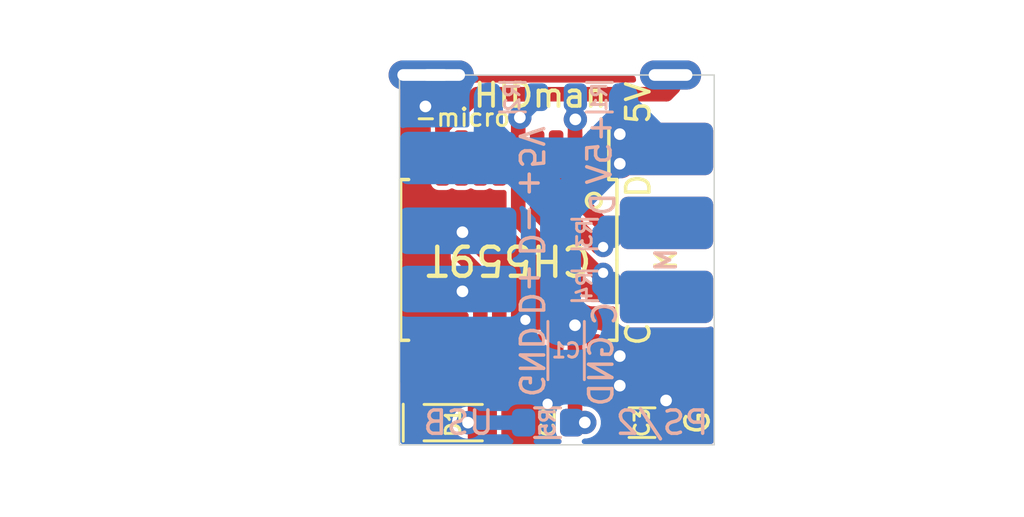
<source format=kicad_pcb>
(kicad_pcb (version 20171130) (host pcbnew "(5.1.8)-1")

  (general
    (thickness 1.6)
    (drawings 22)
    (tracks 123)
    (zones 0)
    (modules 13)
    (nets 13)
  )

  (page USLetter)
  (layers
    (0 F.Cu signal)
    (31 B.Cu signal)
    (32 B.Adhes user)
    (33 F.Adhes user)
    (34 B.Paste user)
    (35 F.Paste user)
    (36 B.SilkS user)
    (37 F.SilkS user)
    (38 B.Mask user)
    (39 F.Mask user)
    (40 Dwgs.User user)
    (41 Cmts.User user)
    (42 Eco1.User user)
    (43 Eco2.User user)
    (44 Edge.Cuts user)
    (45 Margin user)
    (46 B.CrtYd user)
    (47 F.CrtYd user)
    (48 B.Fab user hide)
    (49 F.Fab user hide)
  )

  (setup
    (last_trace_width 0.5)
    (user_trace_width 0.3)
    (user_trace_width 0.4)
    (user_trace_width 0.5)
    (user_trace_width 0.8)
    (user_trace_width 1)
    (user_trace_width 1.4)
    (trace_clearance 0.15)
    (zone_clearance 0)
    (zone_45_only no)
    (trace_min 0.2)
    (via_size 0.8)
    (via_drill 0.4)
    (via_min_size 0.4)
    (via_min_drill 0.3)
    (user_via 0.7 0.35)
    (uvia_size 0.3)
    (uvia_drill 0.1)
    (uvias_allowed no)
    (uvia_min_size 0.2)
    (uvia_min_drill 0.1)
    (edge_width 0.05)
    (segment_width 0.2)
    (pcb_text_width 0.3)
    (pcb_text_size 1.5 1.5)
    (mod_edge_width 0.12)
    (mod_text_size 1 1)
    (mod_text_width 0.15)
    (pad_size 0.9 1.2)
    (pad_drill 0)
    (pad_to_mask_clearance 0)
    (aux_axis_origin 0 0)
    (visible_elements 7FFFFFFF)
    (pcbplotparams
      (layerselection 0x010fc_ffffffff)
      (usegerberextensions false)
      (usegerberattributes true)
      (usegerberadvancedattributes true)
      (creategerberjobfile true)
      (excludeedgelayer true)
      (linewidth 0.100000)
      (plotframeref false)
      (viasonmask false)
      (mode 1)
      (useauxorigin false)
      (hpglpennumber 1)
      (hpglpenspeed 20)
      (hpglpendiameter 15.000000)
      (psnegative false)
      (psa4output false)
      (plotreference true)
      (plotvalue true)
      (plotinvisibletext false)
      (padsonsilk false)
      (subtractmaskfromsilk false)
      (outputformat 1)
      (mirror false)
      (drillshape 0)
      (scaleselection 1)
      (outputdirectory "output/gerber/"))
  )

  (net 0 "")
  (net 1 +5V)
  (net 2 GND)
  (net 3 +3V3)
  (net 4 KB_DATA)
  (net 5 KB_CLK)
  (net 6 MS_DATA)
  (net 7 MS_CLK)
  (net 8 USB_D-)
  (net 9 USB_D+)
  (net 10 "Net-(SW1-Pad2)")
  (net 11 "Net-(D1-Pad1)")
  (net 12 "Net-(D1-Pad2)")

  (net_class Default "This is the default net class."
    (clearance 0.15)
    (trace_width 0.25)
    (via_dia 0.8)
    (via_drill 0.4)
    (uvia_dia 0.3)
    (uvia_drill 0.1)
    (add_net +3V3)
    (add_net +5V)
    (add_net GND)
    (add_net KB_CLK)
    (add_net KB_DATA)
    (add_net MS_CLK)
    (add_net MS_DATA)
    (add_net "Net-(D1-Pad1)")
    (add_net "Net-(D1-Pad2)")
    (add_net "Net-(SW1-Pad2)")
    (add_net USB_D+)
    (add_net USB_D-)
  )

  (module USER_Footprints:USB_A_Female_SMD_Edge (layer F.Cu) (tedit 63A646B7) (tstamp 63A6B707)
    (at 136.9695 101.6 270)
    (descr http://www.connfly.com/userfiles/image/UpLoadFile/File/2013/5/6/DS1095.pdf)
    (tags "USB-A receptacle horizontal through-hole")
    (path /637F4BA0)
    (fp_text reference P1 (at -0.0075 2.54 270) (layer B.Fab)
      (effects (font (size 1 1) (thickness 0.15)) (justify mirror))
    )
    (fp_text value USB_A (at 0 4.191 270) (layer B.Fab)
      (effects (font (size 0.5 0.5) (thickness 0.08)) (justify mirror))
    )
    (fp_line (start -8.82 -1.51) (end 8.82 -1.51) (layer B.CrtYd) (width 0.05))
    (fp_line (start 8.82 -1.51) (end 8.82 13.49) (layer B.CrtYd) (width 0.05))
    (fp_line (start 8.82 13.49) (end -8.82 13.49) (layer B.CrtYd) (width 0.05))
    (fp_line (start -8.82 -1.51) (end -8.82 13.49) (layer B.CrtYd) (width 0.05))
    (fp_line (start -6.37 -1.01) (end -7.25 -0.13) (layer B.Fab) (width 0.1))
    (fp_line (start -7.25 12.99) (end 7.25 12.99) (layer B.Fab) (width 0.1))
    (fp_line (start -6.37 -1.01) (end 7.25 -1.01) (layer B.Fab) (width 0.1))
    (fp_line (start 7.25 -1.01) (end 7.25 12.99) (layer B.Fab) (width 0.1))
    (fp_line (start -7.25 -0.13) (end -7.25 12.99) (layer B.Fab) (width 0.1))
    (fp_text user "Something like LCSC: C46410" (at 0 5.3975 270) (layer Cmts.User)
      (effects (font (size 0.5 0.5) (thickness 0.08)) (justify mirror))
    )
    (fp_text user %R (at 0 2.54 270) (layer B.Fab)
      (effects (font (size 1 1) (thickness 0.15)) (justify mirror))
    )
    (pad 1 smd roundrect (at -3.5 -2.2 270) (size 1.8 4) (layers B.Cu B.Paste B.Mask) (roundrect_rratio 0.147)
      (net 1 +5V))
    (pad 2 smd roundrect (at -1 -2.2 270) (size 1.6 4) (layers B.Cu B.Paste B.Mask) (roundrect_rratio 0.147)
      (net 8 USB_D-))
    (pad 3 smd roundrect (at 1 -2.2 270) (size 1.6 4) (layers B.Cu B.Paste B.Mask) (roundrect_rratio 0.147)
      (net 9 USB_D+))
    (pad 4 smd roundrect (at 3.5 -2.2 270) (size 1.8 4) (layers B.Cu B.Paste B.Mask) (roundrect_rratio 0.147)
      (net 2 GND))
    (pad 4 thru_hole oval (at -6.35 -1.016) (size 2.4 1) (drill oval 1.8 0.4) (layers *.Cu *.Mask)
      (net 2 GND))
    (model ${KIPRJMOD}/_3dshapes/USB-A-EDGE.step
      (offset (xyz 0 -13.6 -0.9))
      (scale (xyz 1 1 1))
      (rotate (xyz 90 0 0))
    )
  )

  (module USER_Footprints:SW_SPST_Edge (layer F.Cu) (tedit 63A642DE) (tstamp 63A7113C)
    (at 142.5575 95.25)
    (descr https://www.mouser.com/ds/2/60/RS-282G05A-SM_RT-1159762.pdf)
    (tags "SPST button tactile switch")
    (path /637F1281)
    (attr smd)
    (fp_text reference SW1 (at 0 -0.635) (layer F.Fab)
      (effects (font (size 1 1) (thickness 0.15)))
    )
    (fp_text value SW_Push (at 0 0.381) (layer F.Fab)
      (effects (font (size 0.5 0.5) (thickness 0.08)))
    )
    (fp_line (start -4.9 0) (end -4.9 -2.55) (layer F.CrtYd) (width 0.05))
    (fp_line (start 4.9 0) (end -4.9 0) (layer F.CrtYd) (width 0.05))
    (fp_line (start 4.9 -2.55) (end 4.9 0) (layer F.CrtYd) (width 0.05))
    (fp_line (start -4.9 -2.55) (end 4.9 -2.55) (layer F.CrtYd) (width 0.05))
    (fp_line (start -1.75 -1.9) (end 1.75 -1.9) (layer F.Fab) (width 0.1))
    (fp_line (start 1.75 -1.4) (end 1.75 -1.9) (layer F.Fab) (width 0.1))
    (fp_line (start -1.75 -1.4) (end -1.75 -1.9) (layer F.Fab) (width 0.1))
    (fp_line (start -1.5 -2.5) (end 1.5 -2.5) (layer F.Fab) (width 0.1))
    (fp_line (start 1.5 -1.9) (end 1.5 -2.5) (layer F.Fab) (width 0.1))
    (fp_line (start -1.5 -1.9) (end -1.5 -2.5) (layer F.Fab) (width 0.1))
    (fp_line (start -3 0) (end 3 0) (layer F.Fab) (width 0.1))
    (fp_line (start -3 -1.4) (end 3 -1.4) (layer F.Fab) (width 0.1))
    (fp_line (start -3 -1.4) (end -3 0) (layer F.Fab) (width 0.1))
    (fp_line (start 3 -1.4) (end 3 0) (layer F.Fab) (width 0.1))
    (fp_text user %R (at 0 -0.635) (layer F.Fab)
      (effects (font (size 1 1) (thickness 0.15)))
    )
    (pad 2 thru_hole oval (at 3.9 0) (size 2.1 1) (drill oval 1.5 0.4) (layers *.Cu *.Mask)
      (net 10 "Net-(SW1-Pad2)"))
    (pad 1 thru_hole oval (at -3.9 0) (size 2.1 1) (drill oval 1.5 0.4) (layers *.Cu *.Mask)
      (net 2 GND))
    (model ${KISYS3DMOD}/Button_Switch_SMD.3dshapes/SW_SPST_CK_RS282G05A3.wrl
      (offset (xyz 0 0 -0.9))
      (scale (xyz 1 1 1))
      (rotate (xyz 90 0 0))
    )
  )

  (module Package_SO:SSOP-20_5.3x7.2mm_P0.65mm (layer F.Cu) (tedit 63A63E53) (tstamp 63A62BF9)
    (at 140.9065 101.6 270)
    (descr "SSOP, 20 Pin (http://ww1.microchip.com/downloads/en/DeviceDoc/40001800C.pdf), generated with kicad-footprint-generator ipc_gullwing_generator.py")
    (tags "SSOP SO")
    (path /637EACFC)
    (attr smd)
    (fp_text reference U1 (at 0 -2.54 270 unlocked) (layer F.Fab)
      (effects (font (size 1 1) (thickness 0.15)))
    )
    (fp_text value CH559T (at 0 0 180 unlocked) (layer F.SilkS)
      (effects (font (size 1 1) (thickness 0.15)))
    )
    (fp_circle (center -2.032 -2.921) (end -1.778 -2.921) (layer F.SilkS) (width 0.12))
    (fp_line (start 0 3.71) (end 2.76 3.71) (layer F.SilkS) (width 0.12))
    (fp_line (start 2.76 3.71) (end 2.76 3.435) (layer F.SilkS) (width 0.12))
    (fp_line (start 0 3.71) (end -2.76 3.71) (layer F.SilkS) (width 0.12))
    (fp_line (start -2.76 3.71) (end -2.76 3.435) (layer F.SilkS) (width 0.12))
    (fp_line (start 0 -3.71) (end 2.76 -3.71) (layer F.SilkS) (width 0.12))
    (fp_line (start 2.76 -3.71) (end 2.76 -3.435) (layer F.SilkS) (width 0.12))
    (fp_line (start 0 -3.71) (end -2.76 -3.71) (layer F.SilkS) (width 0.12))
    (fp_line (start -2.76 -3.71) (end -2.76 -3.435) (layer F.SilkS) (width 0.12))
    (fp_line (start -2.76 -3.435) (end -4.45 -3.435) (layer F.SilkS) (width 0.12))
    (fp_line (start -1.65 -3.6) (end 2.65 -3.6) (layer F.Fab) (width 0.1))
    (fp_line (start 2.65 -3.6) (end 2.65 3.6) (layer F.Fab) (width 0.1))
    (fp_line (start 2.65 3.6) (end -2.65 3.6) (layer F.Fab) (width 0.1))
    (fp_line (start -2.65 3.6) (end -2.65 -2.6) (layer F.Fab) (width 0.1))
    (fp_line (start -2.65 -2.6) (end -1.65 -3.6) (layer F.Fab) (width 0.1))
    (fp_line (start -4.7 -3.85) (end -4.7 3.85) (layer F.CrtYd) (width 0.05))
    (fp_line (start -4.7 3.85) (end 4.7 3.85) (layer F.CrtYd) (width 0.05))
    (fp_line (start 4.7 3.85) (end 4.7 -3.85) (layer F.CrtYd) (width 0.05))
    (fp_line (start 4.7 -3.85) (end -4.7 -3.85) (layer F.CrtYd) (width 0.05))
    (fp_text user %R (at 0 0 270) (layer F.Fab)
      (effects (font (size 1 1) (thickness 0.15)))
    )
    (pad 1 smd roundrect (at -3.5 -2.925 270) (size 1.9 0.5) (layers F.Cu F.Paste F.Mask) (roundrect_rratio 0.25))
    (pad 2 smd roundrect (at -3.5 -2.275 270) (size 1.9 0.5) (layers F.Cu F.Paste F.Mask) (roundrect_rratio 0.25)
      (net 4 KB_DATA))
    (pad 3 smd roundrect (at -3.5 -1.625 270) (size 1.9 0.5) (layers F.Cu F.Paste F.Mask) (roundrect_rratio 0.25)
      (net 6 MS_DATA))
    (pad 4 smd roundrect (at -3.5 -0.975 270) (size 1.9 0.5) (layers F.Cu F.Paste F.Mask) (roundrect_rratio 0.25)
      (net 7 MS_CLK))
    (pad 5 smd roundrect (at -3.5 -0.325 270) (size 1.9 0.5) (layers F.Cu F.Paste F.Mask) (roundrect_rratio 0.25)
      (net 5 KB_CLK))
    (pad 6 smd roundrect (at -3.5 0.325 270) (size 1.9 0.5) (layers F.Cu F.Paste F.Mask) (roundrect_rratio 0.25))
    (pad 7 smd roundrect (at -3.5 0.975 270) (size 1.9 0.5) (layers F.Cu F.Paste F.Mask) (roundrect_rratio 0.25))
    (pad 8 smd roundrect (at -3.5 1.625 270) (size 1.9 0.5) (layers F.Cu F.Paste F.Mask) (roundrect_rratio 0.25))
    (pad 9 smd roundrect (at -3.5 2.275 270) (size 1.9 0.5) (layers F.Cu F.Paste F.Mask) (roundrect_rratio 0.25)
      (net 10 "Net-(SW1-Pad2)"))
    (pad 10 smd roundrect (at -3.5 2.925 270) (size 1.9 0.5) (layers F.Cu F.Paste F.Mask) (roundrect_rratio 0.25)
      (net 2 GND))
    (pad 11 smd roundrect (at 3.5 2.925 270) (size 1.9 0.5) (layers F.Cu F.Paste F.Mask) (roundrect_rratio 0.25)
      (net 11 "Net-(D1-Pad1)"))
    (pad 12 smd roundrect (at 3.5 2.275 270) (size 1.9 0.5) (layers F.Cu F.Paste F.Mask) (roundrect_rratio 0.25))
    (pad 13 smd roundrect (at 3.5 1.625 270) (size 1.9 0.5) (layers F.Cu F.Paste F.Mask) (roundrect_rratio 0.25))
    (pad 14 smd roundrect (at 3.5 0.975 270) (size 1.9 0.5) (layers F.Cu F.Paste F.Mask) (roundrect_rratio 0.25)
      (net 9 USB_D+))
    (pad 15 smd roundrect (at 3.5 0.325 270) (size 1.9 0.5) (layers F.Cu F.Paste F.Mask) (roundrect_rratio 0.25)
      (net 8 USB_D-))
    (pad 16 smd roundrect (at 3.5 -0.325 270) (size 1.9 0.5) (layers F.Cu F.Paste F.Mask) (roundrect_rratio 0.25))
    (pad 17 smd roundrect (at 3.5 -0.975 270) (size 1.9 0.5) (layers F.Cu F.Paste F.Mask) (roundrect_rratio 0.25))
    (pad 18 smd roundrect (at 3.5 -1.625 270) (size 1.9 0.5) (layers F.Cu F.Paste F.Mask) (roundrect_rratio 0.25)
      (net 2 GND))
    (pad 19 smd roundrect (at 3.5 -2.275 270) (size 1.9 0.5) (layers F.Cu F.Paste F.Mask) (roundrect_rratio 0.25)
      (net 1 +5V))
    (pad 20 smd roundrect (at 3.5 -2.925 270) (size 1.9 0.5) (layers F.Cu F.Paste F.Mask) (roundrect_rratio 0.25)
      (net 3 +3V3))
    (model ${KISYS3DMOD}/Package_SO.3dshapes/SSOP-20_5.3x7.2mm_P0.65mm.wrl
      (at (xyz 0 0 0))
      (scale (xyz 1 1 1))
      (rotate (xyz 0 0 0))
    )
  )

  (module USER_Footprints:PinHeader_2x04_P2.54mm_Edge (layer F.Cu) (tedit 63A63811) (tstamp 63A6D6D7)
    (at 148.0185 97.79)
    (descr "Through hole angled pin header, 2x04, 2.54mm pitch, 4.2mm pin length, double rows")
    (tags "Through hole angled pin header THT 2x04 2.54mm double row")
    (path /63A78F66)
    (fp_text reference J1 (at 2.921 3.81 90) (layer F.Fab)
      (effects (font (size 1 1) (thickness 0.15)))
    )
    (fp_text value Conn_02x04_Odd_Even (at 4.1 10.16) (layer F.Fab)
      (effects (font (size 1 1) (thickness 0.15)))
    )
    (fp_line (start 2.135 -1.27) (end 4.04 -1.27) (layer F.Fab) (width 0.1))
    (fp_line (start 4.04 -1.27) (end 4.04 8.89) (layer F.Fab) (width 0.1))
    (fp_line (start 4.04 8.89) (end 1.5 8.89) (layer F.Fab) (width 0.1))
    (fp_line (start 1.5 8.89) (end 1.5 -0.635) (layer F.Fab) (width 0.1))
    (fp_line (start 1.5 -0.635) (end 2.135 -1.27) (layer F.Fab) (width 0.1))
    (fp_line (start -0.32 -0.32) (end 1.5 -0.32) (layer F.Fab) (width 0.1))
    (fp_line (start -0.32 -0.32) (end -0.32 0.32) (layer F.Fab) (width 0.1))
    (fp_line (start -0.32 0.32) (end 1.5 0.32) (layer F.Fab) (width 0.1))
    (fp_line (start 4.04 -0.32) (end 10.04 -0.32) (layer F.Fab) (width 0.1))
    (fp_line (start 10.04 -0.32) (end 10.04 0.32) (layer F.Fab) (width 0.1))
    (fp_line (start 4.04 0.32) (end 10.04 0.32) (layer F.Fab) (width 0.1))
    (fp_line (start -0.32 2.22) (end 1.5 2.22) (layer F.Fab) (width 0.1))
    (fp_line (start -0.32 2.22) (end -0.32 2.86) (layer F.Fab) (width 0.1))
    (fp_line (start -0.32 2.86) (end 1.5 2.86) (layer F.Fab) (width 0.1))
    (fp_line (start 4.04 2.22) (end 10.04 2.22) (layer F.Fab) (width 0.1))
    (fp_line (start 10.04 2.22) (end 10.04 2.86) (layer F.Fab) (width 0.1))
    (fp_line (start 4.04 2.86) (end 10.04 2.86) (layer F.Fab) (width 0.1))
    (fp_line (start -0.32 4.76) (end 1.5 4.76) (layer F.Fab) (width 0.1))
    (fp_line (start -0.32 4.76) (end -0.32 5.4) (layer F.Fab) (width 0.1))
    (fp_line (start -0.32 5.4) (end 1.5 5.4) (layer F.Fab) (width 0.1))
    (fp_line (start 4.04 4.76) (end 10.04 4.76) (layer F.Fab) (width 0.1))
    (fp_line (start 10.04 4.76) (end 10.04 5.4) (layer F.Fab) (width 0.1))
    (fp_line (start 4.04 5.4) (end 10.04 5.4) (layer F.Fab) (width 0.1))
    (fp_line (start -0.32 7.3) (end 1.5 7.3) (layer F.Fab) (width 0.1))
    (fp_line (start -0.32 7.3) (end -0.32 7.94) (layer F.Fab) (width 0.1))
    (fp_line (start -0.32 7.94) (end 1.5 7.94) (layer F.Fab) (width 0.1))
    (fp_line (start 4.04 7.3) (end 10.04 7.3) (layer F.Fab) (width 0.1))
    (fp_line (start 10.04 7.3) (end 10.04 7.94) (layer F.Fab) (width 0.1))
    (fp_line (start 4.04 7.94) (end 10.04 7.94) (layer F.Fab) (width 0.1))
    (fp_line (start -1.8 -1.8) (end -1.8 9.4) (layer F.CrtYd) (width 0.05))
    (fp_line (start -1.8 9.4) (end 10.55 9.4) (layer F.CrtYd) (width 0.05))
    (fp_line (start 10.55 9.4) (end 10.55 -1.8) (layer F.CrtYd) (width 0.05))
    (fp_line (start 10.55 -1.8) (end -1.8 -1.8) (layer F.CrtYd) (width 0.05))
    (fp_text user %R (at 2.921 3.81 90) (layer F.Fab)
      (effects (font (size 0.9 0.9) (thickness 0.135)))
    )
    (pad 1 smd roundrect (at -1.7 0) (size 3.2 1.8) (layers F.Cu F.Paste F.Mask) (roundrect_rratio 0.147)
      (net 1 +5V))
    (pad 2 smd roundrect (at -1.7 0) (size 3.2 1.8) (layers B.Cu B.Paste B.Mask) (roundrect_rratio 0.147)
      (net 1 +5V))
    (pad 3 smd roundrect (at -1.7 2.54) (size 3.2 1.8) (layers F.Cu F.Paste F.Mask) (roundrect_rratio 0.147)
      (net 4 KB_DATA))
    (pad 4 smd roundrect (at -1.7 2.54) (size 3.2 1.8) (layers B.Cu B.Paste B.Mask) (roundrect_rratio 0.147)
      (net 6 MS_DATA))
    (pad 5 smd roundrect (at -1.7 5.08) (size 3.2 1.8) (layers F.Cu F.Paste F.Mask) (roundrect_rratio 0.147)
      (net 5 KB_CLK))
    (pad 6 smd roundrect (at -1.7 5.08) (size 3.2 1.8) (layers B.Cu B.Paste B.Mask) (roundrect_rratio 0.147)
      (net 7 MS_CLK))
    (pad 7 smd roundrect (at -1.7 7.62) (size 3.2 1.8) (layers F.Cu F.Paste F.Mask) (roundrect_rratio 0.147)
      (net 2 GND))
    (pad 8 smd roundrect (at -1.7 7.62) (size 3.2 1.8) (layers B.Cu B.Paste B.Mask) (roundrect_rratio 0.147)
      (net 2 GND))
    (model ${KISYS3DMOD}/Connector_PinHeader_2.54mm.3dshapes/PinHeader_2x04_P2.54mm_Vertical.wrl
      (offset (xyz 0 0 0.254))
      (scale (xyz 1 1 1))
      (rotate (xyz 0 -90 0))
    )
  )

  (module USER_Footprints:C_0805 (layer B.Cu) (tedit 637E5C65) (tstamp 63A6DB1C)
    (at 142.875 104.7115 270)
    (descr "Capacitor SMD 0805 (2012 Metric), square (rectangular) end terminal, IPC_7351 nominal, (Body size source: IPC-SM-782 page 76, https://www.pcb-3d.com/wordpress/wp-content/uploads/ipc-sm-782a_amendment_1_and_2.pdf), generated with kicad-footprint-generator")
    (tags capacitor)
    (path /63822756)
    (attr smd)
    (fp_text reference C1 (at 0 0 180) (layer B.SilkS)
      (effects (font (size 0.5 0.5) (thickness 0.1)) (justify mirror))
    )
    (fp_text value 10u (at 0 -1.0795 90) (layer B.Fab)
      (effects (font (size 0.4 0.4) (thickness 0.08)) (justify mirror))
    )
    (fp_line (start 1.7 -0.98) (end -1.7 -0.98) (layer B.CrtYd) (width 0.05))
    (fp_line (start 1.7 0.98) (end 1.7 -0.98) (layer B.CrtYd) (width 0.05))
    (fp_line (start -1.7 0.98) (end 1.7 0.98) (layer B.CrtYd) (width 0.05))
    (fp_line (start -1.7 -0.98) (end -1.7 0.98) (layer B.CrtYd) (width 0.05))
    (fp_line (start -1 0.625) (end 1 0.625) (layer B.Fab) (width 0.1))
    (fp_line (start -1 -0.625) (end 1 -0.625) (layer B.Fab) (width 0.1))
    (fp_line (start -1 0.625) (end -1 -0.625) (layer B.Fab) (width 0.1))
    (fp_line (start 1 0.625) (end 1 -0.625) (layer B.Fab) (width 0.1))
    (fp_line (start -1 0.625) (end 1 0.625) (layer B.SilkS) (width 0.1))
    (fp_line (start -1 -0.625) (end 1 -0.625) (layer B.SilkS) (width 0.1))
    (fp_text user %R (at 0 0 90) (layer B.Fab)
      (effects (font (size 0.5 0.5) (thickness 0.1)) (justify mirror))
    )
    (pad 1 smd rect (at -1 0 270) (size 1 1.25) (layers B.Cu B.Paste B.Mask)
      (net 1 +5V))
    (pad 2 smd rect (at 1 0 270) (size 1 1.25) (layers B.Cu B.Paste B.Mask)
      (net 2 GND))
    (model ${KISYS3DMOD}/Capacitor_SMD.3dshapes/C_0805_2012Metric.wrl
      (at (xyz 0 0 0))
      (scale (xyz 1 1 1))
      (rotate (xyz 0 0 0))
    )
  )

  (module USER_Footprints:C_0603 (layer F.Cu) (tedit 637E5C5C) (tstamp 637EB7FA)
    (at 142.24 107.188 180)
    (descr "Capacitor SMD 0603 (1608 Metric), square (rectangular) end terminal, IPC_7351 nominal, (Body size source: IPC-SM-782 page 76, https://www.pcb-3d.com/wordpress/wp-content/uploads/ipc-sm-782a_amendment_1_and_2.pdf), generated with kicad-footprint-generator")
    (tags capacitor)
    (path /637EE8AE)
    (attr smd)
    (fp_text reference C2 (at 0 0 90) (layer F.SilkS)
      (effects (font (size 0.5 0.5) (thickness 0.1)))
    )
    (fp_text value 100n (at 0 0.889) (layer F.Fab)
      (effects (font (size 0.4 0.4) (thickness 0.08)))
    )
    (fp_line (start 1.48 0.73) (end -1.48 0.73) (layer F.CrtYd) (width 0.05))
    (fp_line (start 1.48 -0.73) (end 1.48 0.73) (layer F.CrtYd) (width 0.05))
    (fp_line (start -1.48 -0.73) (end 1.48 -0.73) (layer F.CrtYd) (width 0.05))
    (fp_line (start -1.48 0.73) (end -1.48 -0.73) (layer F.CrtYd) (width 0.05))
    (fp_line (start -0.8 0.4) (end -0.8 -0.4) (layer F.Fab) (width 0.1))
    (fp_line (start -0.8 -0.4) (end 0.8 -0.4) (layer F.Fab) (width 0.1))
    (fp_line (start 0.8 -0.4) (end 0.8 0.4) (layer F.Fab) (width 0.1))
    (fp_line (start 0.8 0.4) (end -0.8 0.4) (layer F.Fab) (width 0.1))
    (fp_line (start -0.4445 -0.508) (end 0.4445 -0.508) (layer F.SilkS) (width 0.1))
    (fp_line (start -0.4445 0.508) (end 0.4445 0.508) (layer F.SilkS) (width 0.1))
    (fp_text user %R (at 0 0) (layer F.Fab)
      (effects (font (size 0.5 0.5) (thickness 0.1)))
    )
    (pad 1 smd roundrect (at -0.825 0 180) (size 0.8 0.95) (layers F.Cu F.Paste F.Mask) (roundrect_rratio 0.25)
      (net 1 +5V))
    (pad 2 smd roundrect (at 0.825 0 180) (size 0.8 0.95) (layers F.Cu F.Paste F.Mask) (roundrect_rratio 0.25)
      (net 2 GND))
    (model ${KISYS3DMOD}/Capacitor_SMD.3dshapes/C_0603_1608Metric.wrl
      (at (xyz 0 0 0))
      (scale (xyz 1 1 1))
      (rotate (xyz 0 0 0))
    )
  )

  (module USER_Footprints:R_0603 (layer B.Cu) (tedit 5FF25583) (tstamp 63810A99)
    (at 144.018 96.012 180)
    (descr "Resistor SMD 0603 (1608 Metric), square (rectangular) end terminal, IPC_7351 nominal, (Body size source: IPC-SM-782 page 72, https://www.pcb-3d.com/wordpress/wp-content/uploads/ipc-sm-782a_amendment_1_and_2.pdf), generated with kicad-footprint-generator")
    (tags resistor)
    (path /63819266)
    (attr smd)
    (fp_text reference R1 (at 0 0 90) (layer B.SilkS)
      (effects (font (size 0.5 0.5) (thickness 0.1)) (justify mirror))
    )
    (fp_text value 2k2 (at 0 -0.889) (layer B.Fab)
      (effects (font (size 0.4 0.4) (thickness 0.08)) (justify mirror))
    )
    (fp_line (start -0.4445 -0.508) (end 0.4445 -0.508) (layer B.SilkS) (width 0.1))
    (fp_line (start -0.4445 0.508) (end 0.4445 0.508) (layer B.SilkS) (width 0.1))
    (fp_line (start 0.8 -0.4125) (end -0.8 -0.4125) (layer B.Fab) (width 0.1))
    (fp_line (start 0.8 0.4125) (end 0.8 -0.4125) (layer B.Fab) (width 0.1))
    (fp_line (start -0.8 0.4125) (end 0.8 0.4125) (layer B.Fab) (width 0.1))
    (fp_line (start -0.8 -0.4125) (end -0.8 0.4125) (layer B.Fab) (width 0.1))
    (fp_line (start -1.48 -0.73) (end -1.48 0.73) (layer B.CrtYd) (width 0.05))
    (fp_line (start -1.48 0.73) (end 1.48 0.73) (layer B.CrtYd) (width 0.05))
    (fp_line (start 1.48 0.73) (end 1.48 -0.73) (layer B.CrtYd) (width 0.05))
    (fp_line (start 1.48 -0.73) (end -1.48 -0.73) (layer B.CrtYd) (width 0.05))
    (fp_text user %R (at 0 0) (layer B.Fab)
      (effects (font (size 0.5 0.5) (thickness 0.1)) (justify mirror))
    )
    (pad 1 smd roundrect (at -0.825 0 180) (size 0.8 0.95) (layers B.Cu B.Paste B.Mask) (roundrect_rratio 0.25)
      (net 1 +5V))
    (pad 2 smd roundrect (at 0.825 0 180) (size 0.8 0.95) (layers B.Cu B.Paste B.Mask) (roundrect_rratio 0.25)
      (net 4 KB_DATA))
    (model ${KISYS3DMOD}/Resistor_SMD.3dshapes/R_0603_1608Metric.wrl
      (at (xyz 0 0 0))
      (scale (xyz 1 1 1))
      (rotate (xyz 0 0 0))
    )
  )

  (module USER_Footprints:R_0603 (layer B.Cu) (tedit 5FF25583) (tstamp 63810AAA)
    (at 141.0335 96.012)
    (descr "Resistor SMD 0603 (1608 Metric), square (rectangular) end terminal, IPC_7351 nominal, (Body size source: IPC-SM-782 page 72, https://www.pcb-3d.com/wordpress/wp-content/uploads/ipc-sm-782a_amendment_1_and_2.pdf), generated with kicad-footprint-generator")
    (tags resistor)
    (path /638195B2)
    (attr smd)
    (fp_text reference R2 (at 0 0 90) (layer B.SilkS)
      (effects (font (size 0.5 0.5) (thickness 0.1)) (justify mirror))
    )
    (fp_text value 2k2 (at 0 -0.889) (layer B.Fab)
      (effects (font (size 0.4 0.4) (thickness 0.08)) (justify mirror))
    )
    (fp_line (start 1.48 -0.73) (end -1.48 -0.73) (layer B.CrtYd) (width 0.05))
    (fp_line (start 1.48 0.73) (end 1.48 -0.73) (layer B.CrtYd) (width 0.05))
    (fp_line (start -1.48 0.73) (end 1.48 0.73) (layer B.CrtYd) (width 0.05))
    (fp_line (start -1.48 -0.73) (end -1.48 0.73) (layer B.CrtYd) (width 0.05))
    (fp_line (start -0.8 -0.4125) (end -0.8 0.4125) (layer B.Fab) (width 0.1))
    (fp_line (start -0.8 0.4125) (end 0.8 0.4125) (layer B.Fab) (width 0.1))
    (fp_line (start 0.8 0.4125) (end 0.8 -0.4125) (layer B.Fab) (width 0.1))
    (fp_line (start 0.8 -0.4125) (end -0.8 -0.4125) (layer B.Fab) (width 0.1))
    (fp_line (start -0.4445 0.508) (end 0.4445 0.508) (layer B.SilkS) (width 0.1))
    (fp_line (start -0.4445 -0.508) (end 0.4445 -0.508) (layer B.SilkS) (width 0.1))
    (fp_text user %R (at 0 0) (layer B.Fab)
      (effects (font (size 0.5 0.5) (thickness 0.1)) (justify mirror))
    )
    (pad 2 smd roundrect (at 0.825 0) (size 0.8 0.95) (layers B.Cu B.Paste B.Mask) (roundrect_rratio 0.25)
      (net 5 KB_CLK))
    (pad 1 smd roundrect (at -0.825 0) (size 0.8 0.95) (layers B.Cu B.Paste B.Mask) (roundrect_rratio 0.25)
      (net 1 +5V))
    (model ${KISYS3DMOD}/Resistor_SMD.3dshapes/R_0603_1608Metric.wrl
      (at (xyz 0 0 0))
      (scale (xyz 1 1 1))
      (rotate (xyz 0 0 0))
    )
  )

  (module USER_Footprints:R_0603 (layer B.Cu) (tedit 5FF25583) (tstamp 63810AFF)
    (at 143.51 100.711)
    (descr "Resistor SMD 0603 (1608 Metric), square (rectangular) end terminal, IPC_7351 nominal, (Body size source: IPC-SM-782 page 72, https://www.pcb-3d.com/wordpress/wp-content/uploads/ipc-sm-782a_amendment_1_and_2.pdf), generated with kicad-footprint-generator")
    (tags resistor)
    (path /6381BA26)
    (attr smd)
    (fp_text reference R3 (at 0 0 270) (layer B.SilkS)
      (effects (font (size 0.5 0.5) (thickness 0.1)) (justify mirror))
    )
    (fp_text value 2k2 (at 0 -0.889) (layer B.Fab)
      (effects (font (size 0.4 0.4) (thickness 0.08)) (justify mirror))
    )
    (fp_line (start -0.4445 -0.508) (end 0.4445 -0.508) (layer B.SilkS) (width 0.1))
    (fp_line (start -0.4445 0.508) (end 0.4445 0.508) (layer B.SilkS) (width 0.1))
    (fp_line (start 0.8 -0.4125) (end -0.8 -0.4125) (layer B.Fab) (width 0.1))
    (fp_line (start 0.8 0.4125) (end 0.8 -0.4125) (layer B.Fab) (width 0.1))
    (fp_line (start -0.8 0.4125) (end 0.8 0.4125) (layer B.Fab) (width 0.1))
    (fp_line (start -0.8 -0.4125) (end -0.8 0.4125) (layer B.Fab) (width 0.1))
    (fp_line (start -1.48 -0.73) (end -1.48 0.73) (layer B.CrtYd) (width 0.05))
    (fp_line (start -1.48 0.73) (end 1.48 0.73) (layer B.CrtYd) (width 0.05))
    (fp_line (start 1.48 0.73) (end 1.48 -0.73) (layer B.CrtYd) (width 0.05))
    (fp_line (start 1.48 -0.73) (end -1.48 -0.73) (layer B.CrtYd) (width 0.05))
    (fp_text user %R (at 0 0) (layer B.Fab)
      (effects (font (size 0.5 0.5) (thickness 0.1)) (justify mirror))
    )
    (pad 1 smd roundrect (at -0.825 0) (size 0.8 0.95) (layers B.Cu B.Paste B.Mask) (roundrect_rratio 0.25)
      (net 1 +5V))
    (pad 2 smd roundrect (at 0.825 0) (size 0.8 0.95) (layers B.Cu B.Paste B.Mask) (roundrect_rratio 0.25)
      (net 6 MS_DATA))
    (model ${KISYS3DMOD}/Resistor_SMD.3dshapes/R_0603_1608Metric.wrl
      (at (xyz 0 0 0))
      (scale (xyz 1 1 1))
      (rotate (xyz 0 0 0))
    )
  )

  (module USER_Footprints:R_0603 (layer B.Cu) (tedit 5FF25583) (tstamp 63810B10)
    (at 143.51 102.489)
    (descr "Resistor SMD 0603 (1608 Metric), square (rectangular) end terminal, IPC_7351 nominal, (Body size source: IPC-SM-782 page 72, https://www.pcb-3d.com/wordpress/wp-content/uploads/ipc-sm-782a_amendment_1_and_2.pdf), generated with kicad-footprint-generator")
    (tags resistor)
    (path /6381BA30)
    (attr smd)
    (fp_text reference R4 (at 0 0 270) (layer B.SilkS)
      (effects (font (size 0.5 0.5) (thickness 0.1)) (justify mirror))
    )
    (fp_text value 2k2 (at 0 -0.889) (layer B.Fab)
      (effects (font (size 0.4 0.4) (thickness 0.08)) (justify mirror))
    )
    (fp_line (start 1.48 -0.73) (end -1.48 -0.73) (layer B.CrtYd) (width 0.05))
    (fp_line (start 1.48 0.73) (end 1.48 -0.73) (layer B.CrtYd) (width 0.05))
    (fp_line (start -1.48 0.73) (end 1.48 0.73) (layer B.CrtYd) (width 0.05))
    (fp_line (start -1.48 -0.73) (end -1.48 0.73) (layer B.CrtYd) (width 0.05))
    (fp_line (start -0.8 -0.4125) (end -0.8 0.4125) (layer B.Fab) (width 0.1))
    (fp_line (start -0.8 0.4125) (end 0.8 0.4125) (layer B.Fab) (width 0.1))
    (fp_line (start 0.8 0.4125) (end 0.8 -0.4125) (layer B.Fab) (width 0.1))
    (fp_line (start 0.8 -0.4125) (end -0.8 -0.4125) (layer B.Fab) (width 0.1))
    (fp_line (start -0.4445 0.508) (end 0.4445 0.508) (layer B.SilkS) (width 0.1))
    (fp_line (start -0.4445 -0.508) (end 0.4445 -0.508) (layer B.SilkS) (width 0.1))
    (fp_text user %R (at 0 0) (layer B.Fab)
      (effects (font (size 0.5 0.5) (thickness 0.1)) (justify mirror))
    )
    (pad 2 smd roundrect (at 0.825 0) (size 0.8 0.95) (layers B.Cu B.Paste B.Mask) (roundrect_rratio 0.25)
      (net 7 MS_CLK))
    (pad 1 smd roundrect (at -0.825 0) (size 0.8 0.95) (layers B.Cu B.Paste B.Mask) (roundrect_rratio 0.25)
      (net 1 +5V))
    (model ${KISYS3DMOD}/Resistor_SMD.3dshapes/R_0603_1608Metric.wrl
      (at (xyz 0 0 0))
      (scale (xyz 1 1 1))
      (rotate (xyz 0 0 0))
    )
  )

  (module USER_Footprints:C_0603 (layer F.Cu) (tedit 637E5C5C) (tstamp 63A6A110)
    (at 145.4785 107.188)
    (descr "Capacitor SMD 0603 (1608 Metric), square (rectangular) end terminal, IPC_7351 nominal, (Body size source: IPC-SM-782 page 76, https://www.pcb-3d.com/wordpress/wp-content/uploads/ipc-sm-782a_amendment_1_and_2.pdf), generated with kicad-footprint-generator")
    (tags capacitor)
    (path /637ED882)
    (attr smd)
    (fp_text reference C3 (at 0 0 90) (layer F.SilkS)
      (effects (font (size 0.5 0.5) (thickness 0.1)))
    )
    (fp_text value 3u3 (at 0 0.889) (layer F.Fab)
      (effects (font (size 0.4 0.4) (thickness 0.08)))
    )
    (fp_line (start 1.48 0.73) (end -1.48 0.73) (layer F.CrtYd) (width 0.05))
    (fp_line (start 1.48 -0.73) (end 1.48 0.73) (layer F.CrtYd) (width 0.05))
    (fp_line (start -1.48 -0.73) (end 1.48 -0.73) (layer F.CrtYd) (width 0.05))
    (fp_line (start -1.48 0.73) (end -1.48 -0.73) (layer F.CrtYd) (width 0.05))
    (fp_line (start -0.8 0.4) (end -0.8 -0.4) (layer F.Fab) (width 0.1))
    (fp_line (start -0.8 -0.4) (end 0.8 -0.4) (layer F.Fab) (width 0.1))
    (fp_line (start 0.8 -0.4) (end 0.8 0.4) (layer F.Fab) (width 0.1))
    (fp_line (start 0.8 0.4) (end -0.8 0.4) (layer F.Fab) (width 0.1))
    (fp_line (start -0.4445 -0.508) (end 0.4445 -0.508) (layer F.SilkS) (width 0.1))
    (fp_line (start -0.4445 0.508) (end 0.4445 0.508) (layer F.SilkS) (width 0.1))
    (fp_text user %R (at 0 0) (layer F.Fab)
      (effects (font (size 0.5 0.5) (thickness 0.1)))
    )
    (pad 1 smd roundrect (at -0.825 0) (size 0.8 0.95) (layers F.Cu F.Paste F.Mask) (roundrect_rratio 0.25)
      (net 3 +3V3))
    (pad 2 smd roundrect (at 0.825 0) (size 0.8 0.95) (layers F.Cu F.Paste F.Mask) (roundrect_rratio 0.25)
      (net 2 GND))
    (model ${KISYS3DMOD}/Capacitor_SMD.3dshapes/C_0603_1608Metric.wrl
      (at (xyz 0 0 0))
      (scale (xyz 1 1 1))
      (rotate (xyz 0 0 0))
    )
  )

  (module USER_Footprints:LED_0805 (layer F.Cu) (tedit 5B18A1BB) (tstamp 63A68574)
    (at 139.0015 107.188)
    (path /63A661A7)
    (attr smd)
    (fp_text reference D1 (at 0 0 90) (layer F.SilkS)
      (effects (font (size 0.5 0.5) (thickness 0.1)))
    )
    (fp_text value LED (at 0 -1.27) (layer F.SilkS) hide
      (effects (font (size 0.5 0.5) (thickness 0.1)))
    )
    (fp_line (start -0.3 -0.35) (end -0.3 0.35) (layer F.Fab) (width 0.1))
    (fp_line (start -0.3 0) (end -0.5 0) (layer F.Fab) (width 0.1))
    (fp_line (start -0.3 0) (end 0.2 -0.35) (layer F.Fab) (width 0.1))
    (fp_line (start 0.2 -0.35) (end 0.2 0.35) (layer F.Fab) (width 0.1))
    (fp_line (start 0.2 0.35) (end -0.3 0) (layer F.Fab) (width 0.1))
    (fp_line (start 0.2 0) (end 0.45 0) (layer F.Fab) (width 0.1))
    (fp_line (start -1 -0.625) (end 1 -0.625) (layer F.SilkS) (width 0.1))
    (fp_line (start -1 0.625) (end 1 0.625) (layer F.SilkS) (width 0.1))
    (fp_line (start -1.7145 -0.635) (end -1.7145 0.635) (layer F.SilkS) (width 0.1))
    (fp_line (start -1 -0.625) (end 1 -0.625) (layer F.Fab) (width 0.1))
    (fp_line (start -1 0.625) (end 1 0.625) (layer F.Fab) (width 0.1))
    (fp_line (start -1 -0.625) (end -1 0.625) (layer F.Fab) (width 0.1))
    (fp_line (start 1 -0.625) (end 1 0.625) (layer F.Fab) (width 0.1))
    (pad 1 smd rect (at -1 0) (size 1 1.25) (layers F.Cu F.Paste F.Mask)
      (net 11 "Net-(D1-Pad1)"))
    (pad 2 smd rect (at 1 0) (size 1 1.25) (layers F.Cu F.Paste F.Mask)
      (net 12 "Net-(D1-Pad2)"))
    (model ${KISYS3DMOD}/LED_SMD.3dshapes/LED_0805_2012Metric.wrl
      (at (xyz 0 0 0))
      (scale (xyz 1 1 1))
      (rotate (xyz 0 0 0))
    )
  )

  (module USER_Footprints:R_0603 (layer B.Cu) (tedit 5FF25583) (tstamp 63A65DF3)
    (at 142.24 107.188 180)
    (descr "Resistor SMD 0603 (1608 Metric), square (rectangular) end terminal, IPC_7351 nominal, (Body size source: IPC-SM-782 page 72, https://www.pcb-3d.com/wordpress/wp-content/uploads/ipc-sm-782a_amendment_1_and_2.pdf), generated with kicad-footprint-generator")
    (tags resistor)
    (path /63A67A35)
    (attr smd)
    (fp_text reference R5 (at 0 0 90) (layer B.SilkS)
      (effects (font (size 0.5 0.5) (thickness 0.1)) (justify mirror))
    )
    (fp_text value 1k (at 0 -0.889) (layer B.Fab)
      (effects (font (size 0.4 0.4) (thickness 0.08)) (justify mirror))
    )
    (fp_line (start 1.48 -0.73) (end -1.48 -0.73) (layer B.CrtYd) (width 0.05))
    (fp_line (start 1.48 0.73) (end 1.48 -0.73) (layer B.CrtYd) (width 0.05))
    (fp_line (start -1.48 0.73) (end 1.48 0.73) (layer B.CrtYd) (width 0.05))
    (fp_line (start -1.48 -0.73) (end -1.48 0.73) (layer B.CrtYd) (width 0.05))
    (fp_line (start -0.8 -0.4125) (end -0.8 0.4125) (layer B.Fab) (width 0.1))
    (fp_line (start -0.8 0.4125) (end 0.8 0.4125) (layer B.Fab) (width 0.1))
    (fp_line (start 0.8 0.4125) (end 0.8 -0.4125) (layer B.Fab) (width 0.1))
    (fp_line (start 0.8 -0.4125) (end -0.8 -0.4125) (layer B.Fab) (width 0.1))
    (fp_line (start -0.4445 0.508) (end 0.4445 0.508) (layer B.SilkS) (width 0.1))
    (fp_line (start -0.4445 -0.508) (end 0.4445 -0.508) (layer B.SilkS) (width 0.1))
    (fp_text user %R (at 0 0) (layer B.Fab)
      (effects (font (size 0.5 0.5) (thickness 0.1)) (justify mirror))
    )
    (pad 1 smd roundrect (at -0.825 0 180) (size 0.8 0.95) (layers B.Cu B.Paste B.Mask) (roundrect_rratio 0.25)
      (net 1 +5V))
    (pad 2 smd roundrect (at 0.825 0 180) (size 0.8 0.95) (layers B.Cu B.Paste B.Mask) (roundrect_rratio 0.25)
      (net 12 "Net-(D1-Pad2)"))
    (model ${KISYS3DMOD}/Resistor_SMD.3dshapes/R_0603_1608Metric.wrl
      (at (xyz 0 0 0))
      (scale (xyz 1 1 1))
      (rotate (xyz 0 0 0))
    )
  )

  (gr_text PS/2 (at 147.828 107.188) (layer B.SilkS) (tstamp 63A68862)
    (effects (font (size 0.8 0.8) (thickness 0.12)) (justify left mirror))
  )
  (gr_text USB (at 140.462 107.188) (layer B.SilkS) (tstamp 6380FB68)
    (effects (font (size 0.8 0.8) (thickness 0.12)) (justify left mirror))
  )
  (gr_text D+ (at 141.6685 102.616 270) (layer B.SilkS) (tstamp 63A732AB)
    (effects (font (size 0.8 0.8) (thickness 0.12)) (justify mirror))
  )
  (gr_text D- (at 141.6685 100.584 270) (layer B.SilkS) (tstamp 63A732A8)
    (effects (font (size 0.8 0.8) (thickness 0.12)) (justify mirror))
  )
  (gr_text GND (at 141.6685 105.0925 270) (layer B.SilkS) (tstamp 63A7314F)
    (effects (font (size 0.8 0.8) (thickness 0.12)) (justify mirror))
  )
  (gr_text +5V (at 141.6685 98.2345 270) (layer B.SilkS) (tstamp 63A730E5)
    (effects (font (size 0.8 0.8) (thickness 0.12)) (justify mirror))
  )
  (gr_text -micro (at 139.319 96.7105) (layer F.SilkS) (tstamp 63811231)
    (effects (font (size 0.6 0.6) (thickness 0.1)))
  )
  (gr_text HIDman (at 141.986 95.9485) (layer F.SilkS) (tstamp 6380FE0C)
    (effects (font (size 0.8 0.8) (thickness 0.13)))
  )
  (gr_text GND (at 144.0815 105.41 90) (layer B.SilkS) (tstamp 63803D26)
    (effects (font (size 0.8 0.8) (thickness 0.12)) (justify mirror))
  )
  (gr_text G (at 147.3835 107.188 90) (layer F.SilkS) (tstamp 638039D2)
    (effects (font (size 0.8 0.8) (thickness 0.12)))
  )
  (gr_text M (at 146.304 101.6 90) (layer B.SilkS) (tstamp 637FBDC1)
    (effects (font (size 0.7 0.7) (thickness 0.12)) (justify mirror))
  )
  (gr_text +5V (at 144.018 97.79 90) (layer B.SilkS) (tstamp 637FBB9C)
    (effects (font (size 0.8 0.8) (thickness 0.12)) (justify mirror))
  )
  (gr_text C (at 144.2085 103.4415 90) (layer B.SilkS) (tstamp 637FBB9B)
    (effects (font (size 0.8 0.8) (thickness 0.12)) (justify mirror))
  )
  (gr_text D (at 144.145 99.695 90) (layer B.SilkS) (tstamp 63A69DF1)
    (effects (font (size 0.8 0.8) (thickness 0.12)) (justify mirror))
  )
  (gr_text 5V (at 145.3515 96.2025 90) (layer F.SilkS) (tstamp 637FB93D)
    (effects (font (size 0.8 0.8) (thickness 0.12)))
  )
  (gr_text K (at 146.304 101.6 90) (layer F.SilkS)
    (effects (font (size 0.7 0.7) (thickness 0.12)))
  )
  (gr_text D (at 145.3515 99.06 90) (layer F.SilkS) (tstamp 637FB6C8)
    (effects (font (size 0.8 0.8) (thickness 0.12)))
  )
  (gr_text C (at 145.3515 104.14 90) (layer F.SilkS) (tstamp 637FB6C1)
    (effects (font (size 0.8 0.8) (thickness 0.12)))
  )
  (gr_line (start 137.16 95.25) (end 137.16 107.95) (layer Edge.Cuts) (width 0.05))
  (gr_line (start 147.955 107.95) (end 137.16 107.95) (layer Edge.Cuts) (width 0.05))
  (gr_line (start 147.955 95.25) (end 147.955 107.95) (layer Edge.Cuts) (width 0.05))
  (gr_line (start 137.16 95.25) (end 147.955 95.25) (layer Edge.Cuts) (width 0.05))

  (segment (start 146.255 97.79) (end 144.78 97.79) (width 1.4) (layer B.Cu) (net 1))
  (segment (start 142.6285 98.1) (end 139.36 98.1) (width 1.4) (layer B.Cu) (net 1))
  (segment (start 142.558 98.1705) (end 142.6285 98.1) (width 1) (layer B.Cu) (net 1))
  (segment (start 138.938 97.8685) (end 139.1695 98.1) (width 1) (layer B.Cu) (net 1))
  (segment (start 146.304 97.7755) (end 146.3185 97.79) (width 1) (layer F.Cu) (net 1))
  (segment (start 146.304 97.7755) (end 146.3185 97.79) (width 1) (layer B.Cu) (net 1))
  (via (at 143.1798 103.84282) (size 0.8) (drill 0.4) (layers F.Cu B.Cu) (net 1))
  (segment (start 143.245 103.847135) (end 143.266415 103.82572) (width 0.5) (layer F.Cu) (net 1))
  (segment (start 142.685 100.33) (end 142.685 102.87) (width 1.4) (layer B.Cu) (net 1))
  (segment (start 142.685 103.244305) (end 143.266415 103.82572) (width 1.4) (layer B.Cu) (net 1))
  (segment (start 142.685 102.87) (end 142.685 103.244305) (width 1.4) (layer B.Cu) (net 1))
  (segment (start 142.685 99.8235) (end 142.685 100.711) (width 1.4) (layer B.Cu) (net 1))
  (segment (start 144.7185 97.79) (end 142.685 99.8235) (width 1.4) (layer B.Cu) (net 1))
  (segment (start 146.3185 97.79) (end 144.7185 97.79) (width 1.4) (layer B.Cu) (net 1))
  (segment (start 140.9615 98.1) (end 142.685 99.8235) (width 1.4) (layer B.Cu) (net 1))
  (segment (start 139.1695 98.1) (end 140.9615 98.1) (width 1.4) (layer B.Cu) (net 1))
  (segment (start 144.78 97.79) (end 144.7185 97.79) (width 1.4) (layer B.Cu) (net 1) (tstamp 63A6F2CE))
  (via (at 144.7165 97.282) (size 0.8) (drill 0.4) (layers F.Cu B.Cu) (net 1))
  (via (at 144.7165 98.298) (size 0.8) (drill 0.4) (layers F.Cu B.Cu) (net 1))
  (segment (start 146.3185 97.79) (end 145.161 97.79) (width 1) (layer B.Cu) (net 1))
  (segment (start 144.7165 98.298) (end 144.7165 97.282) (width 1) (layer B.Cu) (net 1))
  (segment (start 144.73936 97.282) (end 144.73936 98.298) (width 1) (layer F.Cu) (net 1) (tstamp 63A6FB61))
  (segment (start 142.6845 103.244805) (end 142.685 103.244305) (width 1.4) (layer B.Cu) (net 1))
  (segment (start 142.6845 103.8385) (end 142.6845 103.244805) (width 1.4) (layer B.Cu) (net 1))
  (segment (start 143.23898 103.8385) (end 143.2433 103.84282) (width 1.4) (layer B.Cu) (net 1))
  (segment (start 142.6845 103.8385) (end 143.23898 103.8385) (width 1.4) (layer B.Cu) (net 1))
  (segment (start 144.6525 97.218) (end 144.7165 97.282) (width 1) (layer B.Cu) (net 1))
  (segment (start 144.7795 97.219) (end 144.7165 97.282) (width 1) (layer B.Cu) (net 1))
  (segment (start 144.2085 97.79) (end 143.8985 98.1) (width 1.4) (layer B.Cu) (net 1))
  (segment (start 146.3185 97.79) (end 144.2085 97.79) (width 1.4) (layer B.Cu) (net 1))
  (segment (start 140.2085 97.185502) (end 141.122998 98.1) (width 1) (layer B.Cu) (net 1))
  (segment (start 140.2085 96.012) (end 140.2085 97.185502) (width 1) (layer B.Cu) (net 1))
  (segment (start 142.042 98.1) (end 143.8985 98.1) (width 1.4) (layer B.Cu) (net 1))
  (segment (start 141.122998 98.1) (end 142.042 98.1) (width 1) (layer B.Cu) (net 1))
  (segment (start 139.1695 98.1) (end 142.042 98.1) (width 1.4) (layer B.Cu) (net 1))
  (segment (start 143.420502 98.1) (end 142.6285 98.1) (width 1) (layer B.Cu) (net 1))
  (segment (start 144.843 96.677502) (end 143.420502 98.1) (width 1) (layer B.Cu) (net 1))
  (segment (start 144.843 96.012) (end 144.843 96.677502) (width 1) (layer B.Cu) (net 1))
  (segment (start 144.843 96.3145) (end 146.3185 97.79) (width 1) (layer B.Cu) (net 1))
  (segment (start 144.843 96.012) (end 144.843 96.3145) (width 1) (layer B.Cu) (net 1))
  (segment (start 143.1815 105.1) (end 143.1815 106.754) (width 0.5) (layer F.Cu) (net 1))
  (segment (start 143.1815 103.84452) (end 143.1798 103.84282) (width 0.5) (layer F.Cu) (net 1))
  (segment (start 143.1815 105.1) (end 143.1815 103.84452) (width 0.5) (layer F.Cu) (net 1))
  (via (at 143.516064 107.181936) (size 0.8) (drill 0.4) (layers F.Cu B.Cu) (net 1))
  (segment (start 143.51 107.188) (end 143.516064 107.181936) (width 0.5) (layer B.Cu) (net 1))
  (segment (start 143.065 107.188) (end 143.51 107.188) (width 0.5) (layer B.Cu) (net 1))
  (segment (start 143.071064 107.181936) (end 143.065 107.188) (width 0.5) (layer F.Cu) (net 1))
  (segment (start 143.516064 107.181936) (end 143.071064 107.181936) (width 0.5) (layer F.Cu) (net 1))
  (via (at 144.7165 104.902) (size 0.8) (drill 0.4) (layers F.Cu B.Cu) (net 2))
  (via (at 146.304 106.426) (size 0.8) (drill 0.4) (layers F.Cu B.Cu) (net 2))
  (via (at 144.7165 105.918) (size 0.8) (drill 0.4) (layers F.Cu B.Cu) (net 2))
  (via (at 138.049 96.3295) (size 0.8) (drill 0.4) (layers F.Cu B.Cu) (net 2))
  (segment (start 138.049 96.3295) (end 138.049 95.62501) (width 0.4) (layer F.Cu) (net 2))
  (segment (start 138.049 95.8585) (end 138.28249 95.62501) (width 0.4) (layer F.Cu) (net 2))
  (segment (start 138.049 96.3295) (end 138.049 95.8585) (width 0.4) (layer F.Cu) (net 2))
  (via (at 141.478 103.65994) (size 0.7) (drill 0.35) (layers F.Cu B.Cu) (net 2))
  (via (at 142.24 106.53841) (size 0.7) (drill 0.35) (layers F.Cu B.Cu) (net 2))
  (segment (start 142.5315 106.213153) (end 142.206243 106.53841) (width 0.5) (layer F.Cu) (net 2))
  (segment (start 142.5315 105.1) (end 142.5315 106.213153) (width 0.5) (layer F.Cu) (net 2))
  (segment (start 143.8315 106.366) (end 144.6535 107.188) (width 0.5) (layer F.Cu) (net 3))
  (segment (start 143.8315 105.1) (end 143.8315 106.366) (width 0.5) (layer F.Cu) (net 3))
  (via (at 143.1925 96.774) (size 0.8) (drill 0.4) (layers F.Cu B.Cu) (net 4))
  (segment (start 143.245 96.8265) (end 143.1925 96.774) (width 0.5) (layer F.Cu) (net 4))
  (segment (start 143.1295 96.711) (end 143.1925 96.774) (width 0.5) (layer B.Cu) (net 4))
  (segment (start 143.1295 96.012) (end 143.1295 96.711) (width 0.5) (layer B.Cu) (net 4))
  (segment (start 146.280499 100.291999) (end 146.3185 100.33) (width 0.5) (layer F.Cu) (net 4))
  (segment (start 143.1815 96.785) (end 143.1925 96.774) (width 0.5) (layer F.Cu) (net 4))
  (segment (start 143.1815 98.1) (end 143.1815 96.785) (width 0.5) (layer F.Cu) (net 4))
  (segment (start 143.1815 98.1) (end 143.1815 99.433246) (width 0.5) (layer F.Cu) (net 4))
  (segment (start 144.078254 100.33) (end 146.3185 100.33) (width 0.5) (layer F.Cu) (net 4))
  (segment (start 143.1815 99.433246) (end 144.078254 100.33) (width 0.5) (layer F.Cu) (net 4))
  (via (at 141.2875 96.7105) (size 0.8) (drill 0.4) (layers F.Cu B.Cu) (net 5))
  (segment (start 141.295 96.821181) (end 141.340061 96.77612) (width 0.5) (layer F.Cu) (net 5))
  (segment (start 146.280499 102.908001) (end 146.3185 102.87) (width 0.5) (layer F.Cu) (net 5))
  (segment (start 141.2315 96.7665) (end 141.2875 96.7105) (width 0.5) (layer F.Cu) (net 5))
  (segment (start 141.2315 98.1) (end 141.2315 96.7665) (width 0.5) (layer F.Cu) (net 5))
  (segment (start 141.8585 96.1395) (end 141.2875 96.7105) (width 0.5) (layer B.Cu) (net 5))
  (segment (start 141.8585 96.012) (end 141.8585 96.1395) (width 0.5) (layer B.Cu) (net 5))
  (segment (start 141.2315 98.1) (end 141.2315 100.241002) (width 0.5) (layer F.Cu) (net 5))
  (segment (start 141.2315 100.241002) (end 143.784999 102.794501) (width 0.5) (layer F.Cu) (net 5))
  (segment (start 146.243001 102.794501) (end 146.3185 102.87) (width 0.5) (layer F.Cu) (net 5))
  (segment (start 143.784999 102.794501) (end 146.243001 102.794501) (width 0.5) (layer F.Cu) (net 5))
  (via (at 144.145 101.1555) (size 0.7) (drill 0.35) (layers F.Cu B.Cu) (net 6))
  (segment (start 144.208 100.33) (end 146.255 100.33) (width 0.5) (layer B.Cu) (net 6))
  (segment (start 144.018 101.092) (end 144.018 100.647) (width 0.5) (layer B.Cu) (net 6))
  (segment (start 144.018 100.647) (end 144.335 100.33) (width 0.5) (layer B.Cu) (net 6))
  (segment (start 142.5315 98.1) (end 142.5315 99.702498) (width 0.5) (layer F.Cu) (net 6))
  (segment (start 143.984502 101.1555) (end 144.145 101.1555) (width 0.5) (layer F.Cu) (net 6))
  (segment (start 142.5315 99.702498) (end 143.984502 101.1555) (width 0.5) (layer F.Cu) (net 6))
  (via (at 144.145 102.0445) (size 0.7) (drill 0.35) (layers F.Cu B.Cu) (net 7))
  (segment (start 146.255 102.87) (end 144.653 102.87) (width 0.5) (layer B.Cu) (net 7))
  (segment (start 144.208 102.87) (end 146.255 102.87) (width 0.5) (layer B.Cu) (net 7))
  (segment (start 144.018 102.108) (end 144.018 102.553) (width 0.5) (layer B.Cu) (net 7))
  (segment (start 144.018 102.553) (end 144.335 102.87) (width 0.5) (layer B.Cu) (net 7))
  (segment (start 141.8815 98.1) (end 141.8815 99.97175) (width 0.5) (layer F.Cu) (net 7))
  (segment (start 143.95425 102.0445) (end 144.145 102.0445) (width 0.5) (layer F.Cu) (net 7))
  (segment (start 141.8815 99.97175) (end 143.95425 102.0445) (width 0.5) (layer F.Cu) (net 7))
  (via (at 139.319 100.6475) (size 0.8) (drill 0.4) (layers F.Cu B.Cu) (net 8))
  (segment (start 139.36 100.6065) (end 139.319 100.6475) (width 0.5) (layer B.Cu) (net 8))
  (segment (start 139.36 100.6) (end 139.36 100.6065) (width 0.5) (layer B.Cu) (net 8))
  (segment (start 139.319 100.6475) (end 139.319 101.495498) (width 0.5) (layer F.Cu) (net 8))
  (segment (start 140.5815 102.757998) (end 139.319 101.495498) (width 0.5) (layer F.Cu) (net 8))
  (segment (start 140.5815 105.1) (end 140.5815 102.757998) (width 0.5) (layer F.Cu) (net 8))
  (via (at 139.319 102.6795) (size 0.8) (drill 0.4) (layers F.Cu B.Cu) (net 9))
  (segment (start 139.36 102.6385) (end 139.319 102.6795) (width 0.5) (layer B.Cu) (net 9))
  (segment (start 139.36 102.6) (end 139.36 102.6385) (width 0.5) (layer B.Cu) (net 9))
  (segment (start 139.9315 103.292) (end 139.319 102.6795) (width 0.5) (layer F.Cu) (net 9))
  (segment (start 139.9315 105.1) (end 139.9315 103.292) (width 0.5) (layer F.Cu) (net 9))
  (segment (start 138.6315 97.057522) (end 138.6315 98.1) (width 0.5) (layer F.Cu) (net 10))
  (segment (start 138.939032 96.74999) (end 138.6315 97.057522) (width 0.5) (layer F.Cu) (net 10))
  (segment (start 138.980316 96.74999) (end 138.939032 96.74999) (width 0.5) (layer F.Cu) (net 10))
  (segment (start 139.819807 95.910499) (end 139.518653 96.211653) (width 0.5) (layer F.Cu) (net 10))
  (segment (start 139.518653 96.211653) (end 138.980316 96.74999) (width 0.5) (layer F.Cu) (net 10))
  (segment (start 139.756307 95.973999) (end 139.518653 96.211653) (width 0.5) (layer F.Cu) (net 10))
  (segment (start 146.315523 95.910499) (end 146.551012 95.67501) (width 0.5) (layer F.Cu) (net 10))
  (segment (start 141.262001 95.910499) (end 146.315523 95.910499) (width 0.5) (layer F.Cu) (net 10))
  (segment (start 141.671501 95.910499) (end 141.262001 95.910499) (width 0.5) (layer F.Cu) (net 10))
  (segment (start 141.262001 95.910499) (end 139.819807 95.910499) (width 0.5) (layer F.Cu) (net 10))
  (via (at 139.5095 107.188) (size 0.8) (drill 0.4) (layers F.Cu B.Cu) (net 12))
  (segment (start 137.9815 107.0175) (end 137.811 107.188) (width 0.5) (layer F.Cu) (net 11))
  (segment (start 137.9815 105.1) (end 137.9815 107.0175) (width 0.5) (layer F.Cu) (net 11))
  (segment (start 139.5095 107.188) (end 141.415 107.188) (width 0.5) (layer B.Cu) (net 12))
  (segment (start 139.5095 107.188) (end 140.0015 107.188) (width 0.5) (layer F.Cu) (net 12))

  (zone (net 2) (net_name GND) (layer F.Cu) (tstamp 63813D0E) (hatch edge 0.508)
    (connect_pads yes (clearance 0))
    (min_thickness 0.18)
    (fill yes (arc_segments 32) (thermal_gap 0.2) (thermal_bridge_width 0.8))
    (polygon
      (pts
        (xy 147.955 107.95) (xy 137.16 107.95) (xy 137.16 95.25) (xy 147.955 95.25)
      )
    )
    (filled_polygon
      (pts
        (xy 145.178208 95.395065) (xy 145.185923 95.420499) (xy 139.843861 95.420499) (xy 139.819806 95.41813) (xy 139.795751 95.420499)
        (xy 139.795745 95.420499) (xy 139.72375 95.42759) (xy 139.631385 95.455608) (xy 139.546261 95.501108) (xy 139.471649 95.562341)
        (xy 139.456303 95.58104) (xy 139.426846 95.610497) (xy 139.42684 95.610502) (xy 139.189194 95.848148) (xy 139.189184 95.848157)
        (xy 138.732637 96.304706) (xy 138.665486 96.340599) (xy 138.590874 96.401832) (xy 138.575528 96.420531) (xy 138.302041 96.694018)
        (xy 138.283342 96.709364) (xy 138.222109 96.783976) (xy 138.176609 96.869101) (xy 138.148591 96.961466) (xy 138.1415 97.033461)
        (xy 138.1415 97.033467) (xy 138.139131 97.057522) (xy 138.1415 97.081577) (xy 138.1415 97.263211) (xy 138.140339 97.275)
        (xy 138.140339 98.925) (xy 138.147375 98.996434) (xy 138.168211 99.065124) (xy 138.202048 99.128428) (xy 138.247585 99.183915)
        (xy 138.303072 99.229452) (xy 138.366376 99.263289) (xy 138.435066 99.284125) (xy 138.5065 99.291161) (xy 138.7565 99.291161)
        (xy 138.827934 99.284125) (xy 138.896624 99.263289) (xy 138.9565 99.231284) (xy 139.016376 99.263289) (xy 139.085066 99.284125)
        (xy 139.1565 99.291161) (xy 139.4065 99.291161) (xy 139.477934 99.284125) (xy 139.546624 99.263289) (xy 139.6065 99.231284)
        (xy 139.666376 99.263289) (xy 139.735066 99.284125) (xy 139.8065 99.291161) (xy 140.0565 99.291161) (xy 140.127934 99.284125)
        (xy 140.196624 99.263289) (xy 140.2565 99.231284) (xy 140.316376 99.263289) (xy 140.385066 99.284125) (xy 140.4565 99.291161)
        (xy 140.7065 99.291161) (xy 140.741501 99.287714) (xy 140.741501 100.216937) (xy 140.739131 100.241002) (xy 140.748591 100.337058)
        (xy 140.764061 100.388055) (xy 140.77661 100.429424) (xy 140.82211 100.514548) (xy 140.883343 100.58916) (xy 140.902036 100.604501)
        (xy 143.4215 103.123965) (xy 143.436841 103.142659) (xy 143.511453 103.203892) (xy 143.596577 103.249392) (xy 143.688942 103.27741)
        (xy 143.760937 103.284501) (xy 143.760944 103.284501) (xy 143.784999 103.28687) (xy 143.809054 103.284501) (xy 144.477339 103.284501)
        (xy 144.477339 103.5054) (xy 144.487057 103.604069) (xy 144.515838 103.698946) (xy 144.562575 103.786386) (xy 144.625473 103.863027)
        (xy 144.702114 103.925925) (xy 144.789554 103.972662) (xy 144.884431 104.001443) (xy 144.9831 104.011161) (xy 147.6539 104.011161)
        (xy 147.752569 104.001443) (xy 147.840001 103.974921) (xy 147.840001 107.835) (xy 145.08889 107.835) (xy 145.098596 107.829812)
        (xy 145.165448 107.774948) (xy 145.220312 107.708096) (xy 145.26108 107.631825) (xy 145.286184 107.549066) (xy 145.294661 107.463)
        (xy 145.294661 106.913) (xy 145.286184 106.826934) (xy 145.26108 106.744175) (xy 145.220312 106.667904) (xy 145.165448 106.601052)
        (xy 145.098596 106.546188) (xy 145.022325 106.50542) (xy 144.939566 106.480316) (xy 144.8535 106.471839) (xy 144.630303 106.471839)
        (xy 144.3215 106.163037) (xy 144.3215 105.936787) (xy 144.322661 105.925) (xy 144.322661 104.275) (xy 144.315625 104.203566)
        (xy 144.294789 104.134876) (xy 144.260952 104.071572) (xy 144.215415 104.016085) (xy 144.159928 103.970548) (xy 144.096624 103.936711)
        (xy 144.027934 103.915875) (xy 143.9565 103.908839) (xy 143.819206 103.908839) (xy 143.8198 103.905855) (xy 143.8198 103.779785)
        (xy 143.795205 103.656139) (xy 143.746961 103.539666) (xy 143.676921 103.434844) (xy 143.587776 103.345699) (xy 143.482954 103.275659)
        (xy 143.366481 103.227415) (xy 143.242835 103.20282) (xy 143.116765 103.20282) (xy 142.993119 103.227415) (xy 142.876646 103.275659)
        (xy 142.771824 103.345699) (xy 142.682679 103.434844) (xy 142.612639 103.539666) (xy 142.564395 103.656139) (xy 142.5398 103.779785)
        (xy 142.5398 103.905855) (xy 142.564395 104.029501) (xy 142.612639 104.145974) (xy 142.682679 104.250796) (xy 142.691501 104.259618)
        (xy 142.691501 104.263206) (xy 142.690339 104.275) (xy 142.690339 105.925) (xy 142.691501 105.936792) (xy 142.691501 106.507918)
        (xy 142.619904 106.546188) (xy 142.553052 106.601052) (xy 142.498188 106.667904) (xy 142.45742 106.744175) (xy 142.432316 106.826934)
        (xy 142.423839 106.913) (xy 142.423839 107.463) (xy 142.432316 107.549066) (xy 142.45742 107.631825) (xy 142.498188 107.708096)
        (xy 142.553052 107.774948) (xy 142.619904 107.829812) (xy 142.62961 107.835) (xy 140.740494 107.835) (xy 140.742661 107.813)
        (xy 140.742661 106.563) (xy 140.738027 106.515952) (xy 140.724304 106.470712) (xy 140.702018 106.429018) (xy 140.672027 106.392473)
        (xy 140.635482 106.362482) (xy 140.593788 106.340196) (xy 140.548548 106.326473) (xy 140.5015 106.321839) (xy 139.5015 106.321839)
        (xy 139.454452 106.326473) (xy 139.409212 106.340196) (xy 139.367518 106.362482) (xy 139.330973 106.392473) (xy 139.300982 106.429018)
        (xy 139.278696 106.470712) (xy 139.264973 106.515952) (xy 139.260339 106.563) (xy 139.260339 106.598475) (xy 139.206346 106.620839)
        (xy 139.101524 106.690879) (xy 139.012379 106.780024) (xy 138.942339 106.884846) (xy 138.894095 107.001319) (xy 138.8695 107.124965)
        (xy 138.8695 107.251035) (xy 138.894095 107.374681) (xy 138.942339 107.491154) (xy 139.012379 107.595976) (xy 139.101524 107.685121)
        (xy 139.206346 107.755161) (xy 139.260339 107.777525) (xy 139.260339 107.813) (xy 139.262506 107.835) (xy 138.740494 107.835)
        (xy 138.742661 107.813) (xy 138.742661 106.563) (xy 138.738027 106.515952) (xy 138.724304 106.470712) (xy 138.702018 106.429018)
        (xy 138.672027 106.392473) (xy 138.635482 106.362482) (xy 138.593788 106.340196) (xy 138.548548 106.326473) (xy 138.5015 106.321839)
        (xy 138.4715 106.321839) (xy 138.4715 106.287714) (xy 138.5065 106.291161) (xy 138.7565 106.291161) (xy 138.827934 106.284125)
        (xy 138.896624 106.263289) (xy 138.9565 106.231284) (xy 139.016376 106.263289) (xy 139.085066 106.284125) (xy 139.1565 106.291161)
        (xy 139.4065 106.291161) (xy 139.477934 106.284125) (xy 139.546624 106.263289) (xy 139.6065 106.231284) (xy 139.666376 106.263289)
        (xy 139.735066 106.284125) (xy 139.8065 106.291161) (xy 140.0565 106.291161) (xy 140.127934 106.284125) (xy 140.196624 106.263289)
        (xy 140.2565 106.231284) (xy 140.316376 106.263289) (xy 140.385066 106.284125) (xy 140.4565 106.291161) (xy 140.7065 106.291161)
        (xy 140.777934 106.284125) (xy 140.846624 106.263289) (xy 140.9065 106.231284) (xy 140.966376 106.263289) (xy 141.035066 106.284125)
        (xy 141.1065 106.291161) (xy 141.3565 106.291161) (xy 141.427934 106.284125) (xy 141.496624 106.263289) (xy 141.5565 106.231284)
        (xy 141.616376 106.263289) (xy 141.685066 106.284125) (xy 141.7565 106.291161) (xy 142.0065 106.291161) (xy 142.077934 106.284125)
        (xy 142.146624 106.263289) (xy 142.209928 106.229452) (xy 142.265415 106.183915) (xy 142.310952 106.128428) (xy 142.344789 106.065124)
        (xy 142.365625 105.996434) (xy 142.372661 105.925) (xy 142.372661 104.275) (xy 142.365625 104.203566) (xy 142.344789 104.134876)
        (xy 142.310952 104.071572) (xy 142.265415 104.016085) (xy 142.209928 103.970548) (xy 142.146624 103.936711) (xy 142.077934 103.915875)
        (xy 142.0065 103.908839) (xy 141.7565 103.908839) (xy 141.685066 103.915875) (xy 141.616376 103.936711) (xy 141.5565 103.968716)
        (xy 141.496624 103.936711) (xy 141.427934 103.915875) (xy 141.3565 103.908839) (xy 141.1065 103.908839) (xy 141.0715 103.912286)
        (xy 141.0715 102.78206) (xy 141.07387 102.757998) (xy 141.064409 102.661941) (xy 141.036391 102.569576) (xy 140.990891 102.484452)
        (xy 140.959615 102.446343) (xy 140.929658 102.40984) (xy 140.910964 102.394498) (xy 139.809 101.292535) (xy 139.809 101.062597)
        (xy 139.816121 101.055476) (xy 139.886161 100.950654) (xy 139.934405 100.834181) (xy 139.959 100.710535) (xy 139.959 100.584465)
        (xy 139.934405 100.460819) (xy 139.886161 100.344346) (xy 139.816121 100.239524) (xy 139.726976 100.150379) (xy 139.622154 100.080339)
        (xy 139.505681 100.032095) (xy 139.382035 100.0075) (xy 139.255965 100.0075) (xy 139.132319 100.032095) (xy 139.015846 100.080339)
        (xy 138.911024 100.150379) (xy 138.821879 100.239524) (xy 138.751839 100.344346) (xy 138.703595 100.460819) (xy 138.679 100.584465)
        (xy 138.679 100.710535) (xy 138.703595 100.834181) (xy 138.751839 100.950654) (xy 138.821879 101.055476) (xy 138.829 101.062597)
        (xy 138.829001 101.471434) (xy 138.826631 101.495498) (xy 138.836091 101.591554) (xy 138.853174 101.647869) (xy 138.86411 101.68392)
        (xy 138.90961 101.769044) (xy 138.970843 101.843656) (xy 138.989536 101.858997) (xy 139.184295 102.053756) (xy 139.132319 102.064095)
        (xy 139.015846 102.112339) (xy 138.911024 102.182379) (xy 138.821879 102.271524) (xy 138.751839 102.376346) (xy 138.703595 102.492819)
        (xy 138.679 102.616465) (xy 138.679 102.742535) (xy 138.703595 102.866181) (xy 138.751839 102.982654) (xy 138.821879 103.087476)
        (xy 138.911024 103.176621) (xy 139.015846 103.246661) (xy 139.132319 103.294905) (xy 139.255965 103.3195) (xy 139.266037 103.3195)
        (xy 139.441501 103.494965) (xy 139.441501 103.912286) (xy 139.4065 103.908839) (xy 139.1565 103.908839) (xy 139.085066 103.915875)
        (xy 139.016376 103.936711) (xy 138.9565 103.968716) (xy 138.896624 103.936711) (xy 138.827934 103.915875) (xy 138.7565 103.908839)
        (xy 138.5065 103.908839) (xy 138.435066 103.915875) (xy 138.366376 103.936711) (xy 138.3065 103.968716) (xy 138.246624 103.936711)
        (xy 138.177934 103.915875) (xy 138.1065 103.908839) (xy 137.8565 103.908839) (xy 137.785066 103.915875) (xy 137.716376 103.936711)
        (xy 137.653072 103.970548) (xy 137.597585 104.016085) (xy 137.552048 104.071572) (xy 137.518211 104.134876) (xy 137.497375 104.203566)
        (xy 137.490339 104.275) (xy 137.490339 105.925) (xy 137.4915 105.936792) (xy 137.491501 106.322824) (xy 137.454452 106.326473)
        (xy 137.409212 106.340196) (xy 137.367518 106.362482) (xy 137.330973 106.392473) (xy 137.300982 106.429018) (xy 137.278696 106.470712)
        (xy 137.275 106.482896) (xy 137.275 95.365) (xy 145.175247 95.365)
      )
    )
  )
  (zone (net 2) (net_name GND) (layer B.Cu) (tstamp 63813D0B) (hatch edge 0.508)
    (connect_pads yes (clearance 0))
    (min_thickness 0.18)
    (fill yes (arc_segments 32) (thermal_gap 0.2) (thermal_bridge_width 0.8))
    (polygon
      (pts
        (xy 147.955 95.25) (xy 137.16 95.25) (xy 137.16 107.95) (xy 147.955 107.95)
      )
    )
    (filled_polygon
      (pts
        (xy 141.745 100.212861) (xy 141.745 100.283824) (xy 141.745001 102.823814) (xy 141.745 102.823824) (xy 141.745 103.193551)
        (xy 141.7445 103.198628) (xy 141.7445 103.198638) (xy 141.739953 103.244805) (xy 141.7445 103.290972) (xy 141.7445 103.792323)
        (xy 141.739952 103.8385) (xy 141.758101 104.022772) (xy 141.811851 104.199963) (xy 141.867347 104.303788) (xy 141.899137 104.363263)
        (xy 142.016604 104.506396) (xy 142.159737 104.623863) (xy 142.323037 104.711149) (xy 142.500228 104.764899) (xy 142.6845 104.783048)
        (xy 142.730677 104.7785) (xy 143.15327 104.7785) (xy 143.243299 104.787367) (xy 143.427571 104.769218) (xy 143.604762 104.715468)
        (xy 143.768062 104.628182) (xy 143.784638 104.614579) (xy 143.791178 104.611083) (xy 143.934311 104.493616) (xy 144.051778 104.350483)
        (xy 144.139063 104.187183) (xy 144.192813 104.009992) (xy 144.210962 103.82572) (xy 144.192813 103.641447) (xy 144.139063 103.464256)
        (xy 144.073278 103.34118) (xy 144.111943 103.352909) (xy 144.183938 103.36) (xy 144.310945 103.36) (xy 144.335 103.362369)
        (xy 144.359055 103.36) (xy 144.477339 103.36) (xy 144.477339 103.5054) (xy 144.487057 103.604069) (xy 144.515838 103.698946)
        (xy 144.562575 103.786386) (xy 144.625473 103.863027) (xy 144.702114 103.925925) (xy 144.789554 103.972662) (xy 144.884431 104.001443)
        (xy 144.9831 104.011161) (xy 147.6539 104.011161) (xy 147.752569 104.001443) (xy 147.840001 103.974921) (xy 147.840001 107.835)
        (xy 143.50039 107.835) (xy 143.510096 107.829812) (xy 143.519693 107.821936) (xy 143.579099 107.821936) (xy 143.702745 107.797341)
        (xy 143.819218 107.749097) (xy 143.92404 107.679057) (xy 144.013185 107.589912) (xy 144.083225 107.48509) (xy 144.131469 107.368617)
        (xy 144.156064 107.244971) (xy 144.156064 107.118901) (xy 144.131469 106.995255) (xy 144.083225 106.878782) (xy 144.013185 106.77396)
        (xy 143.92404 106.684815) (xy 143.819218 106.614775) (xy 143.702745 106.566531) (xy 143.579099 106.541936) (xy 143.502141 106.541936)
        (xy 143.433825 106.50542) (xy 143.351066 106.480316) (xy 143.265 106.471839) (xy 142.865 106.471839) (xy 142.778934 106.480316)
        (xy 142.696175 106.50542) (xy 142.619904 106.546188) (xy 142.553052 106.601052) (xy 142.498188 106.667904) (xy 142.45742 106.744175)
        (xy 142.432316 106.826934) (xy 142.423839 106.913) (xy 142.423839 107.463) (xy 142.432316 107.549066) (xy 142.45742 107.631825)
        (xy 142.498188 107.708096) (xy 142.553052 107.774948) (xy 142.619904 107.829812) (xy 142.62961 107.835) (xy 141.85039 107.835)
        (xy 141.860096 107.829812) (xy 141.926948 107.774948) (xy 141.981812 107.708096) (xy 142.02258 107.631825) (xy 142.047684 107.549066)
        (xy 142.056161 107.463) (xy 142.056161 106.913) (xy 142.047684 106.826934) (xy 142.02258 106.744175) (xy 141.981812 106.667904)
        (xy 141.926948 106.601052) (xy 141.860096 106.546188) (xy 141.783825 106.50542) (xy 141.701066 106.480316) (xy 141.615 106.471839)
        (xy 141.215 106.471839) (xy 141.128934 106.480316) (xy 141.046175 106.50542) (xy 140.969904 106.546188) (xy 140.903052 106.601052)
        (xy 140.848188 106.667904) (xy 140.832101 106.698) (xy 139.924597 106.698) (xy 139.917476 106.690879) (xy 139.812654 106.620839)
        (xy 139.696181 106.572595) (xy 139.572535 106.548) (xy 139.446465 106.548) (xy 139.322819 106.572595) (xy 139.206346 106.620839)
        (xy 139.101524 106.690879) (xy 139.012379 106.780024) (xy 138.942339 106.884846) (xy 138.894095 107.001319) (xy 138.8695 107.124965)
        (xy 138.8695 107.251035) (xy 138.894095 107.374681) (xy 138.942339 107.491154) (xy 139.012379 107.595976) (xy 139.101524 107.685121)
        (xy 139.206346 107.755161) (xy 139.322819 107.803405) (xy 139.446465 107.828) (xy 139.572535 107.828) (xy 139.696181 107.803405)
        (xy 139.812654 107.755161) (xy 139.917476 107.685121) (xy 139.924597 107.678) (xy 140.832101 107.678) (xy 140.848188 107.708096)
        (xy 140.903052 107.774948) (xy 140.969904 107.829812) (xy 140.97961 107.835) (xy 137.275 107.835) (xy 137.275 103.620855)
        (xy 137.311767 103.632008) (xy 137.4047 103.641161) (xy 140.9343 103.641161) (xy 141.027233 103.632008) (xy 141.116595 103.6049)
        (xy 141.198952 103.56088) (xy 141.271138 103.501638) (xy 141.33038 103.429452) (xy 141.3744 103.347095) (xy 141.401508 103.257733)
        (xy 141.410661 103.1648) (xy 141.410661 102.0352) (xy 141.401508 101.942267) (xy 141.3744 101.852905) (xy 141.33038 101.770548)
        (xy 141.271138 101.698362) (xy 141.198952 101.63912) (xy 141.125762 101.6) (xy 141.198952 101.56088) (xy 141.271138 101.501638)
        (xy 141.33038 101.429452) (xy 141.3744 101.347095) (xy 141.401508 101.257733) (xy 141.410661 101.1648) (xy 141.410661 100.0352)
        (xy 141.401508 99.942267) (xy 141.3744 99.852905) (xy 141.362178 99.830038)
      )
    )
    (filled_polygon
      (pts
        (xy 139.763404 95.370188) (xy 139.696552 95.425052) (xy 139.641688 95.491904) (xy 139.60092 95.568175) (xy 139.592404 95.596248)
        (xy 139.590236 95.59889) (xy 139.521522 95.727445) (xy 139.479208 95.866936) (xy 139.4685 95.975654) (xy 139.468501 96.958839)
        (xy 137.4341 96.958839) (xy 137.335431 96.968557) (xy 137.275 96.986889) (xy 137.275 95.365) (xy 139.77311 95.365)
      )
    )
  )
)

</source>
